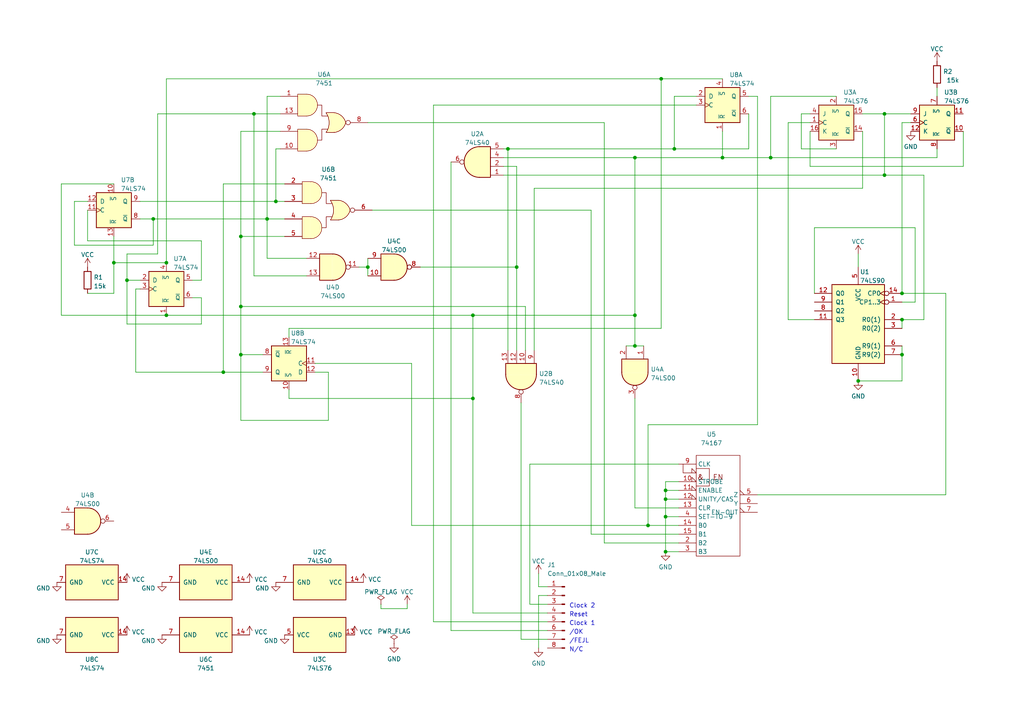
<source format=kicad_sch>
(kicad_sch (version 20211123) (generator eeschema)
  (paper "A4")
  (title_block (title "RC CPR-nummer validator"))
  (lib_symbols
    (symbol "7451_1" (pin_names (offset 1.016))
      (property "Reference" "U" (at -7.62 10.16 0))
      (property "Value" "7451_1" (at -7.62 -10.16 0))
      (symbol "7451_1_1_0"
        (arc (start -5.08 -8.255) (mid -1.905 -5.08) (end -5.08 -1.905) (fill (type background)))
        (arc (start -5.08 1.905) (mid -1.905 5.08) (end -5.08 8.255) (fill (type background)))
        (polyline (pts (xy -5.08 -1.905) (xy -7.62 -1.905) (xy -7.62 -8.255) (xy -5.08 -8.255)) (fill (type background)))
        (polyline (pts (xy -5.08 1.905) (xy -7.62 1.905) (xy -7.62 8.255) (xy -5.08 8.255)) (fill (type background)))
        (polyline (pts (xy -1.905 -5.08) (xy -0.635 -5.08) (xy -0.635 -1.905) (xy 1.016 -1.905)))
        (polyline (pts (xy -1.905 5.08) (xy -0.635 5.08) (xy -0.635 1.905) (xy 1.016 1.905)))
        (polyline (pts (xy 2.9718 2.8702) (xy 0.5842 2.8702) (xy 0.5842 2.8448) (xy 0.635 2.7432) (xy 0.7112 2.6416) (xy 0.762 2.54) (xy 0.8382 2.4384) (xy 0.889 2.3114) (xy 0.9652 2.2098) (xy 1.016 2.0828) (xy 1.0668 1.9812) (xy 1.1176 1.8542) (xy 1.1684 1.7526) (xy 1.2192 1.6256) (xy 1.2446 1.4986) (xy 1.2954 1.3716) (xy 1.3208 1.27) (xy 1.3462 1.143) (xy 1.3716 1.016) (xy 1.397 0.889) (xy 1.4224 0.762) (xy 1.4478 0.635) (xy 1.4478 0.508) (xy 1.4732 0.381) (xy 1.4732 0.254) (xy 1.4732 0.127) (xy 1.4732 0) (xy 1.4732 -0.127) (xy 1.4732 -0.254) (xy 1.4732 -0.381) (xy 1.4732 -0.508) (xy 1.4478 -0.635) (xy 1.4224 -0.762) (xy 1.397 -0.889) (xy 1.397 -1.016) (xy 1.3462 -1.143) (xy 1.3208 -1.2446) (xy 1.2954 -1.3716) (xy 1.2446 -1.4986) (xy 1.2192 -1.6256) (xy 1.1684 -1.7272) (xy 1.1176 -1.8542) (xy 1.0668 -1.9812) (xy 1.016 -2.0828) (xy 0.9652 -2.2098) (xy 0.9144 -2.3114) (xy 0.8636 -2.4384) (xy 0.7874 -2.54) (xy 0.7112 -2.6416) (xy 0.6604 -2.7432) (xy 0.5842 -2.8448) (xy 0.5842 -2.8448) (xy 2.9718 -2.8448)) (stroke (width 0.1778)) (fill (type background)))
        (arc (start 2.9718 -2.8448) (mid 5.0797 -1.9419) (end 6.2992 0) (stroke (width 0.1778)) (fill (type background)))
        (arc (start 6.2992 0) (mid 5.0758 1.9455) (end 2.9718 2.8702) (stroke (width 0.1778)) (fill (type background)))
        (circle (center 6.985 0) (radius 0.635))
        (pin input line (at -12.7 7.62 0) (length 5.08) (name "~") (number "1"))
        (pin input line (at -12.7 -7.62 0) (length 5.08) (name "~") (number "10"))
        (pin input line (at -12.7 2.54 0) (length 5.08) (name "~") (number "13"))
        (pin output line (at 12.7 0 180) (length 5.08) (name "~") (number "8"))
        (pin input line (at -12.7 -2.54 0) (length 5.08) (name "~") (number "9"))
      )
      (symbol "7451_1_2_0"
        (arc (start -5.08 -8.255) (mid -1.905 -5.08) (end -5.08 -1.905) (fill (type background)))
        (arc (start -5.08 1.905) (mid -1.905 5.08) (end -5.08 8.255) (fill (type background)))
        (polyline (pts (xy -5.08 -1.905) (xy -7.62 -1.905) (xy -7.62 -8.255) (xy -5.08 -8.255)) (fill (type background)))
        (polyline (pts (xy -5.08 1.905) (xy -7.62 1.905) (xy -7.62 8.255) (xy -5.08 8.255)) (fill (type background)))
        (polyline (pts (xy -1.905 -5.08) (xy -0.635 -5.08) (xy -0.635 -1.905) (xy 1.016 -1.905)))
        (polyline (pts (xy -1.905 5.08) (xy -0.635 5.08) (xy -0.635 1.905) (xy 1.016 1.905)))
        (polyline (pts (xy 2.9718 2.8702) (xy 0.5842 2.8702) (xy 0.5842 2.8448) (xy 0.635 2.7432) (xy 0.7112 2.6416) (xy 0.762 2.54) (xy 0.8382 2.4384) (xy 0.889 2.3114) (xy 0.9652 2.2098) (xy 1.016 2.0828) (xy 1.0668 1.9812) (xy 1.1176 1.8542) (xy 1.1684 1.7526) (xy 1.2192 1.6256) (xy 1.2446 1.4986) (xy 1.2954 1.3716) (xy 1.3208 1.27) (xy 1.3462 1.143) (xy 1.3716 1.016) (xy 1.397 0.889) (xy 1.4224 0.762) (xy 1.4478 0.635) (xy 1.4478 0.508) (xy 1.4732 0.381) (xy 1.4732 0.254) (xy 1.4732 0.127) (xy 1.4732 0) (xy 1.4732 -0.127) (xy 1.4732 -0.254) (xy 1.4732 -0.381) (xy 1.4732 -0.508) (xy 1.4478 -0.635) (xy 1.4224 -0.762) (xy 1.397 -0.889) (xy 1.397 -1.016) (xy 1.3462 -1.143) (xy 1.3208 -1.2446) (xy 1.2954 -1.3716) (xy 1.2446 -1.4986) (xy 1.2192 -1.6256) (xy 1.1684 -1.7272) (xy 1.1176 -1.8542) (xy 1.0668 -1.9812) (xy 1.016 -2.0828) (xy 0.9652 -2.2098) (xy 0.9144 -2.3114) (xy 0.8636 -2.4384) (xy 0.7874 -2.54) (xy 0.7112 -2.6416) (xy 0.6604 -2.7432) (xy 0.5842 -2.8448) (xy 0.5842 -2.8448) (xy 2.9718 -2.8448)) (stroke (width 0.1778)) (fill (type background)))
        (arc (start 2.9718 -2.8448) (mid 5.0797 -1.9419) (end 6.2992 0) (stroke (width 0.1778)) (fill (type background)))
        (arc (start 6.2992 0) (mid 5.0758 1.9455) (end 2.9718 2.8702) (stroke (width 0.1778)) (fill (type background)))
        (circle (center 6.985 0) (radius 0.635))
        (pin input line (at -12.7 7.62 0) (length 5.08) (name "~") (number "2"))
        (pin input line (at -12.7 2.54 0) (length 5.08) (name "~") (number "3"))
        (pin input line (at -12.7 -2.54 0) (length 5.08) (name "~") (number "4"))
        (pin input line (at -12.7 -7.62 0) (length 5.08) (name "~") (number "5"))
        (pin output line (at 12.7 0 180) (length 5.08) (name "~") (number "6"))
      )
      (symbol "7451_1_3_0"
        (pin power_in line (at 0 12.7 270) (length 5.08) (name "VCC") (number "14"))
        (pin power_in line (at 0 -12.7 90) (length 5.08) (name "GND") (number "7"))
      )
      (symbol "7451_1_3_1"
        (rectangle (start -5.08 7.62) (end 5.08 -7.62) (stroke (width 0.254)) (fill (type background)))
      )
    )
    (symbol "74xx:74LS00" (pin_names (offset 1.016))
      (property "Reference" "U" (at 0 1.27 0))
      (property "Value" "74LS00" (at 0 -1.27 0))
      (symbol "74LS00_1_1"
        (arc (start 0 -3.81) (mid 3.81 0) (end 0 3.81) (stroke (width 0.254)) (fill (type background)))
        (polyline (pts (xy 0 3.81) (xy -3.81 3.81) (xy -3.81 -3.81) (xy 0 -3.81)) (stroke (width 0.254)) (fill (type background)))
        (pin input line (at -7.62 2.54 0) (length 3.81) (name "~") (number "1"))
        (pin input line (at -7.62 -2.54 0) (length 3.81) (name "~") (number "2"))
        (pin output inverted (at 7.62 0 180) (length 3.81) (name "~") (number "3"))
      )
      (symbol "74LS00_1_2"
        (arc (start -3.81 -3.81) (mid -2.589 0) (end -3.81 3.81) (stroke (width 0.254)))
        (arc (start -0.6096 -3.81) (mid 2.1855 -2.584) (end 3.81 0) (stroke (width 0.254)) (fill (type background)))
        (polyline (pts (xy -3.81 -3.81) (xy -0.635 -3.81)) (stroke (width 0.254)) (fill (type background)))
        (polyline (pts (xy -3.81 3.81) (xy -0.635 3.81)) (stroke (width 0.254)) (fill (type background)))
        (polyline (pts (xy -0.635 3.81) (xy -3.81 3.81) (xy -3.81 3.81) (xy -3.556 3.4036) (xy -3.0226 2.2606) (xy -2.6924 1.0414) (xy -2.6162 -0.254) (xy -2.7686 -1.4986) (xy -3.175 -2.7178) (xy -3.81 -3.81) (xy -3.81 -3.81) (xy -0.635 -3.81)) (stroke (width -25.4)) (fill (type background)))
        (arc (start 3.81 0) (mid 2.1928 2.5925) (end -0.6096 3.81) (stroke (width 0.254)) (fill (type background)))
        (pin input inverted (at -7.62 2.54 0) (length 4.318) (name "~") (number "1"))
        (pin input inverted (at -7.62 -2.54 0) (length 4.318) (name "~") (number "2"))
        (pin output line (at 7.62 0 180) (length 3.81) (name "~") (number "3"))
      )
      (symbol "74LS00_2_1"
        (arc (start 0 -3.81) (mid 3.81 0) (end 0 3.81) (stroke (width 0.254)) (fill (type background)))
        (polyline (pts (xy 0 3.81) (xy -3.81 3.81) (xy -3.81 -3.81) (xy 0 -3.81)) (stroke (width 0.254)) (fill (type background)))
        (pin input line (at -7.62 2.54 0) (length 3.81) (name "~") (number "4"))
        (pin input line (at -7.62 -2.54 0) (length 3.81) (name "~") (number "5"))
        (pin output inverted (at 7.62 0 180) (length 3.81) (name "~") (number "6"))
      )
      (symbol "74LS00_2_2"
        (arc (start -3.81 -3.81) (mid -2.589 0) (end -3.81 3.81) (stroke (width 0.254)))
        (arc (start -0.6096 -3.81) (mid 2.1855 -2.584) (end 3.81 0) (stroke (width 0.254)) (fill (type background)))
        (polyline (pts (xy -3.81 -3.81) (xy -0.635 -3.81)) (stroke (width 0.254)) (fill (type background)))
        (polyline (pts (xy -3.81 3.81) (xy -0.635 3.81)) (stroke (width 0.254)) (fill (type background)))
        (polyline (pts (xy -0.635 3.81) (xy -3.81 3.81) (xy -3.81 3.81) (xy -3.556 3.4036) (xy -3.0226 2.2606) (xy -2.6924 1.0414) (xy -2.6162 -0.254) (xy -2.7686 -1.4986) (xy -3.175 -2.7178) (xy -3.81 -3.81) (xy -3.81 -3.81) (xy -0.635 -3.81)) (stroke (width -25.4)) (fill (type background)))
        (arc (start 3.81 0) (mid 2.1928 2.5925) (end -0.6096 3.81) (stroke (width 0.254)) (fill (type background)))
        (pin input inverted (at -7.62 2.54 0) (length 4.318) (name "~") (number "4"))
        (pin input inverted (at -7.62 -2.54 0) (length 4.318) (name "~") (number "5"))
        (pin output line (at 7.62 0 180) (length 3.81) (name "~") (number "6"))
      )
      (symbol "74LS00_3_1"
        (arc (start 0 -3.81) (mid 3.81 0) (end 0 3.81) (stroke (width 0.254)) (fill (type background)))
        (polyline (pts (xy 0 3.81) (xy -3.81 3.81) (xy -3.81 -3.81) (xy 0 -3.81)) (stroke (width 0.254)) (fill (type background)))
        (pin input line (at -7.62 -2.54 0) (length 3.81) (name "~") (number "10"))
        (pin output inverted (at 7.62 0 180) (length 3.81) (name "~") (number "8"))
        (pin input line (at -7.62 2.54 0) (length 3.81) (name "~") (number "9"))
      )
      (symbol "74LS00_3_2"
        (arc (start -3.81 -3.81) (mid -2.589 0) (end -3.81 3.81) (stroke (width 0.254)))
        (arc (start -0.6096 -3.81) (mid 2.1855 -2.584) (end 3.81 0) (stroke (width 0.254)) (fill (type background)))
        (polyline (pts (xy -3.81 -3.81) (xy -0.635 -3.81)) (stroke (width 0.254)) (fill (type background)))
        (polyline (pts (xy -3.81 3.81) (xy -0.635 3.81)) (stroke (width 0.254)) (fill (type background)))
        (polyline (pts (xy -0.635 3.81) (xy -3.81 3.81) (xy -3.81 3.81) (xy -3.556 3.4036) (xy -3.0226 2.2606) (xy -2.6924 1.0414) (xy -2.6162 -0.254) (xy -2.7686 -1.4986) (xy -3.175 -2.7178) (xy -3.81 -3.81) (xy -3.81 -3.81) (xy -0.635 -3.81)) (stroke (width -25.4)) (fill (type background)))
        (arc (start 3.81 0) (mid 2.1928 2.5925) (end -0.6096 3.81) (stroke (width 0.254)) (fill (type background)))
        (pin input inverted (at -7.62 -2.54 0) (length 4.318) (name "~") (number "10"))
        (pin output line (at 7.62 0 180) (length 3.81) (name "~") (number "8"))
        (pin input inverted (at -7.62 2.54 0) (length 4.318) (name "~") (number "9"))
      )
      (symbol "74LS00_4_1"
        (arc (start 0 -3.81) (mid 3.81 0) (end 0 3.81) (stroke (width 0.254)) (fill (type background)))
        (polyline (pts (xy 0 3.81) (xy -3.81 3.81) (xy -3.81 -3.81) (xy 0 -3.81)) (stroke (width 0.254)) (fill (type background)))
        (pin output inverted (at 7.62 0 180) (length 3.81) (name "~") (number "11"))
        (pin input line (at -7.62 2.54 0) (length 3.81) (name "~") (number "12"))
        (pin input line (at -7.62 -2.54 0) (length 3.81) (name "~") (number "13"))
      )
      (symbol "74LS00_4_2"
        (arc (start -3.81 -3.81) (mid -2.589 0) (end -3.81 3.81) (stroke (width 0.254)))
        (arc (start -0.6096 -3.81) (mid 2.1855 -2.584) (end 3.81 0) (stroke (width 0.254)) (fill (type background)))
        (polyline (pts (xy -3.81 -3.81) (xy -0.635 -3.81)) (stroke (width 0.254)) (fill (type background)))
        (polyline (pts (xy -3.81 3.81) (xy -0.635 3.81)) (stroke (width 0.254)) (fill (type background)))
        (polyline (pts (xy -0.635 3.81) (xy -3.81 3.81) (xy -3.81 3.81) (xy -3.556 3.4036) (xy -3.0226 2.2606) (xy -2.6924 1.0414) (xy -2.6162 -0.254) (xy -2.7686 -1.4986) (xy -3.175 -2.7178) (xy -3.81 -3.81) (xy -3.81 -3.81) (xy -0.635 -3.81)) (stroke (width -25.4)) (fill (type background)))
        (arc (start 3.81 0) (mid 2.1928 2.5925) (end -0.6096 3.81) (stroke (width 0.254)) (fill (type background)))
        (pin output line (at 7.62 0 180) (length 3.81) (name "~") (number "11"))
        (pin input inverted (at -7.62 2.54 0) (length 4.318) (name "~") (number "12"))
        (pin input inverted (at -7.62 -2.54 0) (length 4.318) (name "~") (number "13"))
      )
      (symbol "74LS00_5_0"
        (pin power_in line (at 0 12.7 270) (length 5.08) (name "VCC") (number "14"))
        (pin power_in line (at 0 -12.7 90) (length 5.08) (name "GND") (number "7"))
      )
      (symbol "74LS00_5_1"
        (rectangle (start -5.08 7.62) (end 5.08 -7.62) (stroke (width 0.254)) (fill (type background)))
      )
    )
    (symbol "74xx:74LS40" (pin_names (offset 1.016))
      (property "Reference" "U" (at 0 1.27 0))
      (property "Value" "74LS40" (at 0 -1.27 0))
      (symbol "74LS40_1_1"
        (arc (start -0.635 -4.445) (mid 3.81 0) (end -0.635 4.445) (stroke (width 0.254)) (fill (type background)))
        (polyline (pts (xy -0.635 4.445) (xy -3.81 4.445) (xy -3.81 -4.445) (xy -0.635 -4.445)) (stroke (width 0.254)) (fill (type background)))
        (pin input line (at -7.62 3.81 0) (length 3.81) (name "~") (number "1"))
        (pin input line (at -7.62 1.27 0) (length 3.81) (name "~") (number "2"))
        (pin input line (at -7.62 -1.27 0) (length 3.81) (name "~") (number "4"))
        (pin input line (at -7.62 -3.81 0) (length 3.81) (name "~") (number "5"))
        (pin output inverted (at 7.62 0 180) (length 3.81) (name "~") (number "6"))
      )
      (symbol "74LS40_1_2"
        (arc (start -3.81 -4.445) (mid -2.5908 0) (end -3.81 4.445) (stroke (width 0.254)))
        (arc (start -0.6096 -4.445) (mid 2.224 -2.8428) (end 3.81 0) (stroke (width 0.254)) (fill (type background)))
        (polyline (pts (xy -3.81 -4.445) (xy -0.635 -4.445)) (stroke (width 0.254)) (fill (type background)))
        (polyline (pts (xy -3.81 4.445) (xy -0.635 4.445)) (stroke (width 0.254)) (fill (type background)))
        (polyline (pts (xy -0.635 4.445) (xy -3.81 4.445) (xy -3.81 4.445) (xy -3.6322 4.0894) (xy -3.0988 2.921) (xy -2.7686 1.6764) (xy -2.6162 0.4318) (xy -2.6416 -0.8636) (xy -2.8702 -2.1082) (xy -3.2512 -3.3274) (xy -3.81 -4.445) (xy -3.81 -4.445) (xy -0.635 -4.445)) (stroke (width -25.4)) (fill (type background)))
        (arc (start 3.81 0) (mid 2.2198 2.8386) (end -0.6096 4.445) (stroke (width 0.254)) (fill (type background)))
        (pin input inverted (at -7.62 3.81 0) (length 3.81) (name "~") (number "1"))
        (pin input inverted (at -7.62 1.27 0) (length 4.826) (name "~") (number "2"))
        (pin input inverted (at -7.62 -1.27 0) (length 4.826) (name "~") (number "4"))
        (pin input inverted (at -7.62 -3.81 0) (length 3.81) (name "~") (number "5"))
        (pin output line (at 7.62 0 180) (length 3.81) (name "~") (number "6"))
      )
      (symbol "74LS40_2_1"
        (arc (start -0.635 -4.445) (mid 3.81 0) (end -0.635 4.445) (stroke (width 0.254)) (fill (type background)))
        (polyline (pts (xy -0.635 4.445) (xy -3.81 4.445) (xy -3.81 -4.445) (xy -0.635 -4.445)) (stroke (width 0.254)) (fill (type background)))
        (pin input line (at -7.62 1.27 0) (length 3.81) (name "~") (number "10"))
        (pin input line (at -7.62 -1.27 0) (length 3.81) (name "~") (number "12"))
        (pin input line (at -7.62 -3.81 0) (length 3.81) (name "~") (number "13"))
        (pin output inverted (at 7.62 0 180) (length 3.81) (name "~") (number "8"))
        (pin input line (at -7.62 3.81 0) (length 3.81) (name "~") (number "9"))
      )
      (symbol "74LS40_2_2"
        (arc (start -3.81 -4.445) (mid -2.5908 0) (end -3.81 4.445) (stroke (width 0.254)))
        (arc (start -0.6096 -4.445) (mid 2.224 -2.8428) (end 3.81 0) (stroke (width 0.254)) (fill (type background)))
        (polyline (pts (xy -3.81 -4.445) (xy -0.635 -4.445)) (stroke (width 0.254)) (fill (type background)))
        (polyline (pts (xy -3.81 4.445) (xy -0.635 4.445)) (stroke (width 0.254)) (fill (type background)))
        (polyline (pts (xy -0.635 4.445) (xy -3.81 4.445) (xy -3.81 4.445) (xy -3.6322 4.0894) (xy -3.0988 2.921) (xy -2.7686 1.6764) (xy -2.6162 0.4318) (xy -2.6416 -0.8636) (xy -2.8702 -2.1082) (xy -3.2512 -3.3274) (xy -3.81 -4.445) (xy -3.81 -4.445) (xy -0.635 -4.445)) (stroke (width -25.4)) (fill (type background)))
        (arc (start 3.81 0) (mid 2.2198 2.8386) (end -0.6096 4.445) (stroke (width 0.254)) (fill (type background)))
        (pin input inverted (at -7.62 1.27 0) (length 4.826) (name "~") (number "10"))
        (pin input inverted (at -7.62 -1.27 0) (length 4.826) (name "~") (number "12"))
        (pin input inverted (at -7.62 -3.81 0) (length 3.81) (name "~") (number "13"))
        (pin output line (at 7.62 0 180) (length 3.81) (name "~") (number "8"))
        (pin input inverted (at -7.62 3.81 0) (length 3.81) (name "~") (number "9"))
      )
      (symbol "74LS40_3_0"
        (pin power_in line (at 0 12.7 270) (length 5.08) (name "VCC") (number "14"))
        (pin power_in line (at 0 -12.7 90) (length 5.08) (name "GND") (number "7"))
      )
      (symbol "74LS40_3_1"
        (rectangle (start -5.08 7.62) (end 5.08 -7.62) (stroke (width 0.254)) (fill (type background)))
      )
    )
    (symbol "74xx:74LS74" (pin_names (offset 1.016))
      (property "Reference" "U" (at -7.62 8.89 0))
      (property "Value" "74LS74" (at -7.62 -8.89 0))
      (symbol "74LS74_1_0"
        (pin input line (at 0 -7.62 90) (length 2.54) (name "~{R}") (number "1"))
        (pin input line (at -7.62 2.54 0) (length 2.54) (name "D") (number "2"))
        (pin input clock (at -7.62 0 0) (length 2.54) (name "C") (number "3"))
        (pin input line (at 0 7.62 270) (length 2.54) (name "~{S}") (number "4"))
        (pin output line (at 7.62 2.54 180) (length 2.54) (name "Q") (number "5"))
        (pin output line (at 7.62 -2.54 180) (length 2.54) (name "~{Q}") (number "6"))
      )
      (symbol "74LS74_1_1"
        (rectangle (start -5.08 5.08) (end 5.08 -5.08) (stroke (width 0.254)) (fill (type background)))
      )
      (symbol "74LS74_2_0"
        (pin input line (at 0 7.62 270) (length 2.54) (name "~{S}") (number "10"))
        (pin input clock (at -7.62 0 0) (length 2.54) (name "C") (number "11"))
        (pin input line (at -7.62 2.54 0) (length 2.54) (name "D") (number "12"))
        (pin input line (at 0 -7.62 90) (length 2.54) (name "~{R}") (number "13"))
        (pin output line (at 7.62 -2.54 180) (length 2.54) (name "~{Q}") (number "8"))
        (pin output line (at 7.62 2.54 180) (length 2.54) (name "Q") (number "9"))
      )
      (symbol "74LS74_2_1"
        (rectangle (start -5.08 5.08) (end 5.08 -5.08) (stroke (width 0.254)) (fill (type background)))
      )
      (symbol "74LS74_3_0"
        (pin power_in line (at 0 10.16 270) (length 2.54) (name "VCC") (number "14"))
        (pin power_in line (at 0 -10.16 90) (length 2.54) (name "GND") (number "7"))
      )
      (symbol "74LS74_3_1"
        (rectangle (start -5.08 7.62) (end 5.08 -7.62) (stroke (width 0.254)) (fill (type background)))
      )
    )
    (symbol "74xx:74LS76" (pin_names (offset 1.016))
      (property "Reference" "U" (at -7.62 8.89 0))
      (property "Value" "74LS76" (at -7.62 -8.89 0))
      (symbol "74LS76_1_0"
        (pin input clock (at -7.62 0 0) (length 2.54) (name "C") (number "1"))
        (pin output line (at 7.62 -2.54 180) (length 2.54) (name "~{Q}") (number "14"))
        (pin output line (at 7.62 2.54 180) (length 2.54) (name "Q") (number "15"))
        (pin input line (at -7.62 -2.54 0) (length 2.54) (name "K") (number "16"))
        (pin input line (at 0 7.62 270) (length 2.54) (name "~{S}") (number "2"))
        (pin input line (at 0 -7.62 90) (length 2.54) (name "~{R}") (number "3"))
        (pin input line (at -7.62 2.54 0) (length 2.54) (name "J") (number "4"))
      )
      (symbol "74LS76_1_1"
        (rectangle (start -5.08 5.08) (end 5.08 -5.08) (stroke (width 0.254)) (fill (type background)))
      )
      (symbol "74LS76_2_0"
        (pin output line (at 7.62 -2.54 180) (length 2.54) (name "~{Q}") (number "10"))
        (pin output line (at 7.62 2.54 180) (length 2.54) (name "Q") (number "11"))
        (pin input line (at -7.62 -2.54 0) (length 2.54) (name "K") (number "12"))
        (pin input clock (at -7.62 0 0) (length 2.54) (name "C") (number "6"))
        (pin input line (at 0 7.62 270) (length 2.54) (name "~{S}") (number "7"))
        (pin input line (at 0 -7.62 90) (length 2.54) (name "~{R}") (number "8"))
        (pin input line (at -7.62 2.54 0) (length 2.54) (name "J") (number "9"))
      )
      (symbol "74LS76_2_1"
        (rectangle (start -5.08 5.08) (end 5.08 -5.08) (stroke (width 0.254)) (fill (type background)))
      )
      (symbol "74LS76_3_0"
        (pin power_in line (at 0 -10.16 90) (length 2.54) (name "GND") (number "13"))
        (pin power_in line (at 0 10.16 270) (length 2.54) (name "VCC") (number "5"))
      )
      (symbol "74LS76_3_1"
        (rectangle (start -5.08 7.62) (end 5.08 -7.62) (stroke (width 0.254)) (fill (type background)))
      )
    )
    (symbol "74xx:74LS90" (pin_names (offset 1.016))
      (property "Reference" "U" (at -7.62 11.43 0))
      (property "Value" "74LS90" (at -7.62 -13.97 0))
      (symbol "74LS90_1_0"
        (pin input inverted_clock (at -12.7 5.08 0) (length 5.08) (name "CP1..3") (number "1"))
        (pin power_in line (at 0 -17.78 90) (length 5.08) (name "GND") (number "10"))
        (pin output line (at 12.7 0 180) (length 5.08) (name "Q3") (number "11"))
        (pin output line (at 12.7 7.62 180) (length 5.08) (name "Q0") (number "12"))
        (pin input inverted_clock (at -12.7 7.62 0) (length 5.08) (name "CP0") (number "14"))
        (pin input line (at -12.7 0 0) (length 5.08) (name "R0(1)") (number "2"))
        (pin input line (at -12.7 -2.54 0) (length 5.08) (name "R0(2)") (number "3"))
        (pin power_in line (at 0 15.24 270) (length 5.08) (name "VCC") (number "5"))
        (pin input line (at -12.7 -7.62 0) (length 5.08) (name "R9(1)") (number "6"))
        (pin input line (at -12.7 -10.16 0) (length 5.08) (name "R9(2)") (number "7"))
        (pin output line (at 12.7 2.54 180) (length 5.08) (name "Q2") (number "8"))
        (pin output line (at 12.7 5.08 180) (length 5.08) (name "Q1") (number "9"))
      )
      (symbol "74LS90_1_1"
        (rectangle (start -7.62 10.16) (end 7.62 -12.7) (stroke (width 0.254)) (fill (type background)))
      )
    )
    (symbol "Connector:Conn_01x08_Male" (pin_names (offset 1.016) hide)
      (property "Reference" "J" (at 0 10.16 0))
      (property "Value" "Conn_01x08_Male" (at 0 -12.7 0))
      (symbol "Conn_01x08_Male_1_1"
        (polyline (pts (xy 1.27 -10.16) (xy 0.8636 -10.16)) (stroke (width 0.1524)))
        (polyline (pts (xy 1.27 -7.62) (xy 0.8636 -7.62)) (stroke (width 0.1524)))
        (polyline (pts (xy 1.27 -5.08) (xy 0.8636 -5.08)) (stroke (width 0.1524)))
        (polyline (pts (xy 1.27 -2.54) (xy 0.8636 -2.54)) (stroke (width 0.1524)))
        (polyline (pts (xy 1.27 0) (xy 0.8636 0)) (stroke (width 0.1524)))
        (polyline (pts (xy 1.27 2.54) (xy 0.8636 2.54)) (stroke (width 0.1524)))
        (polyline (pts (xy 1.27 5.08) (xy 0.8636 5.08)) (stroke (width 0.1524)))
        (polyline (pts (xy 1.27 7.62) (xy 0.8636 7.62)) (stroke (width 0.1524)))
        (rectangle (start 0.8636 -10.033) (end 0 -10.287) (stroke (width 0.1524)) (fill (type outline)))
        (rectangle (start 0.8636 -7.493) (end 0 -7.747) (stroke (width 0.1524)) (fill (type outline)))
        (rectangle (start 0.8636 -4.953) (end 0 -5.207) (stroke (width 0.1524)) (fill (type outline)))
        (rectangle (start 0.8636 -2.413) (end 0 -2.667) (stroke (width 0.1524)) (fill (type outline)))
        (rectangle (start 0.8636 0.127) (end 0 -0.127) (stroke (width 0.1524)) (fill (type outline)))
        (rectangle (start 0.8636 2.667) (end 0 2.413) (stroke (width 0.1524)) (fill (type outline)))
        (rectangle (start 0.8636 5.207) (end 0 4.953) (stroke (width 0.1524)) (fill (type outline)))
        (rectangle (start 0.8636 7.747) (end 0 7.493) (stroke (width 0.1524)) (fill (type outline)))
        (pin passive line (at 5.08 7.62 180) (length 3.81) (name "Pin_1") (number "1"))
        (pin passive line (at 5.08 5.08 180) (length 3.81) (name "Pin_2") (number "2"))
        (pin passive line (at 5.08 2.54 180) (length 3.81) (name "Pin_3") (number "3"))
        (pin passive line (at 5.08 0 180) (length 3.81) (name "Pin_4") (number "4"))
        (pin passive line (at 5.08 -2.54 180) (length 3.81) (name "Pin_5") (number "5"))
        (pin passive line (at 5.08 -5.08 180) (length 3.81) (name "Pin_6") (number "6"))
        (pin passive line (at 5.08 -7.62 180) (length 3.81) (name "Pin_7") (number "7"))
        (pin passive line (at 5.08 -10.16 180) (length 3.81) (name "Pin_8") (number "8"))
      )
    )
    (symbol "Device:R" (pin_numbers hide) (pin_names (offset 0))
      (property "Reference" "R" (at 2.032 0 90))
      (property "Value" "R" (at 0 0 90))
      (symbol "R_0_1"
        (rectangle (start -1.016 -2.54) (end 1.016 2.54) (stroke (width 0.254)))
      )
      (symbol "R_1_1"
        (pin passive line (at 0 3.81 270) (length 1.27) (name "~") (number "1"))
        (pin passive line (at 0 -3.81 90) (length 1.27) (name "~") (number "2"))
      )
    )
    (symbol "Local_Library:74167"
      (property "Reference" "U" (at 0 0 0))
      (property "Value" "74167" (at 0 0 0))
      (symbol "74167_0_0"
        (polyline (pts (xy -5.08 7.62) (xy -1.27 7.62) (xy -1.27 2.54) (xy -5.08 2.54) (xy -5.08 2.54)))
        (text "&" (at -3.81 5.08 0) (effects (font (size 1.524 1.524))))
        (text "EN" (at 1.27 5.08 0) (effects (font (size 1.524 1.524))))
        (pin input input_low (at -10.16 3.81 0) (length 5.08) (name "STROBE") (number "10"))
        (pin input input_low (at -10.16 1.27 0) (length 5.08) (name "ENABLE") (number "11"))
        (pin input input_low (at -10.16 -1.27 0) (length 5.08) (name "UNITY/CAS") (number "12"))
        (pin input line (at -10.16 -3.81 0) (length 5.08) (name "CLR") (number "13"))
        (pin input line (at -10.16 -8.89 0) (length 5.08) (name "B0") (number "14"))
        (pin input line (at -10.16 -11.43 0) (length 5.08) (name "B1") (number "15"))
        (pin power_in line (at 1.27 11.43 90) (length 2.54) hide (name "VCC") (number "16"))
        (pin input line (at -10.16 -13.97 0) (length 5.08) (name "B2") (number "2"))
        (pin input line (at -10.16 -16.51 0) (length 5.08) (name "B3") (number "3"))
        (pin input line (at -10.16 -6.35 0) (length 5.08) (name "SET-TO-9") (number "4"))
        (pin output output_low (at 12.7 0 180) (length 5.08) (name "Z") (number "5"))
        (pin output line (at 12.7 -2.54 180) (length 5.08) (name "Y") (number "6"))
        (pin output output_low (at 12.7 -5.08 180) (length 5.08) (name "EN-OUT") (number "7"))
        (pin input line (at -10.16 8.89 0) (length 5.08) (name "CLK") (number "9"))
      )
      (symbol "74167_0_1"
        (rectangle (start -5.08 11.43) (end 7.62 -17.78))
        (polyline (pts (xy -8.89 8.89) (xy -8.89 6.35) (xy -5.08 6.35)) (stroke (width 0.1524)))
        (polyline (pts (xy -5.08 6.35) (xy -6.35 7.62) (xy -6.35 6.35)) (stroke (width 0.1524)))
      )
      (symbol "74167_1_1"
        (pin power_in line (at 1.27 -20.32 90) (length 2.54) hide (name "GND") (number "8"))
      )
    )
    (symbol "Local_Library:7451" (pin_names (offset 1.016))
      (property "Reference" "U" (at -7.62 10.16 0))
      (property "Value" "7451" (at -7.62 -10.16 0))
      (symbol "7451_1_0"
        (arc (start -5.08 -8.255) (mid -1.905 -5.08) (end -5.08 -1.905) (fill (type background)))
        (arc (start -5.08 1.905) (mid -1.905 5.08) (end -5.08 8.255) (fill (type background)))
        (polyline (pts (xy -5.08 -1.905) (xy -7.62 -1.905) (xy -7.62 -8.255) (xy -5.08 -8.255)) (fill (type background)))
        (polyline (pts (xy -5.08 1.905) (xy -7.62 1.905) (xy -7.62 8.255) (xy -5.08 8.255)) (fill (type background)))
        (polyline (pts (xy -1.905 -5.08) (xy -0.635 -5.08) (xy -0.635 -1.905) (xy 1.016 -1.905)))
        (polyline (pts (xy -1.905 5.08) (xy -0.635 5.08) (xy -0.635 1.905) (xy 1.016 1.905)))
        (polyline (pts (xy 2.9718 2.8702) (xy 0.5842 2.8702) (xy 0.5842 2.8448) (xy 0.635 2.7432) (xy 0.7112 2.6416) (xy 0.762 2.54) (xy 0.8382 2.4384) (xy 0.889 2.3114) (xy 0.9652 2.2098) (xy 1.016 2.0828) (xy 1.0668 1.9812) (xy 1.1176 1.8542) (xy 1.1684 1.7526) (xy 1.2192 1.6256) (xy 1.2446 1.4986) (xy 1.2954 1.3716) (xy 1.3208 1.27) (xy 1.3462 1.143) (xy 1.3716 1.016) (xy 1.397 0.889) (xy 1.4224 0.762) (xy 1.4478 0.635) (xy 1.4478 0.508) (xy 1.4732 0.381) (xy 1.4732 0.254) (xy 1.4732 0.127) (xy 1.4732 0) (xy 1.4732 -0.127) (xy 1.4732 -0.254) (xy 1.4732 -0.381) (xy 1.4732 -0.508) (xy 1.4478 -0.635) (xy 1.4224 -0.762) (xy 1.397 -0.889) (xy 1.397 -1.016) (xy 1.3462 -1.143) (xy 1.3208 -1.2446) (xy 1.2954 -1.3716) (xy 1.2446 -1.4986) (xy 1.2192 -1.6256) (xy 1.1684 -1.7272) (xy 1.1176 -1.8542) (xy 1.0668 -1.9812) (xy 1.016 -2.0828) (xy 0.9652 -2.2098) (xy 0.9144 -2.3114) (xy 0.8636 -2.4384) (xy 0.7874 -2.54) (xy 0.7112 -2.6416) (xy 0.6604 -2.7432) (xy 0.5842 -2.8448) (xy 0.5842 -2.8448) (xy 2.9718 -2.8448)) (stroke (width 0.1778)) (fill (type background)))
        (arc (start 2.9718 -2.8448) (mid 5.0797 -1.9419) (end 6.2992 0) (stroke (width 0.1778)) (fill (type background)))
        (arc (start 6.2992 0) (mid 5.0758 1.9455) (end 2.9718 2.8702) (stroke (width 0.1778)) (fill (type background)))
        (circle (center 6.985 0) (radius 0.635))
        (pin input line (at -12.7 7.62 0) (length 5.08) (name "~") (number "1"))
        (pin input line (at -12.7 -5.08 0) (length 5.08) (name "~") (number "10"))
        (pin input line (at -12.7 2.54 0) (length 5.08) (name "~") (number "13"))
        (pin output line (at 12.7 0 180) (length 5.08) (name "~") (number "8"))
        (pin input line (at -12.7 -2.54 0) (length 5.08) (name "~") (number "9"))
      )
      (symbol "7451_2_0"
        (arc (start -5.08 -8.255) (mid -1.905 -5.08) (end -5.08 -1.905) (fill (type background)))
        (arc (start -5.08 1.905) (mid -1.905 5.08) (end -5.08 8.255) (fill (type background)))
        (polyline (pts (xy -5.08 -1.905) (xy -7.62 -1.905) (xy -7.62 -8.255) (xy -5.08 -8.255)) (fill (type background)))
        (polyline (pts (xy -5.08 1.905) (xy -7.62 1.905) (xy -7.62 8.255) (xy -5.08 8.255)) (fill (type background)))
        (polyline (pts (xy -1.905 -5.08) (xy -0.635 -5.08) (xy -0.635 -1.905) (xy 1.016 -1.905)))
        (polyline (pts (xy -1.905 5.08) (xy -0.635 5.08) (xy -0.635 1.905) (xy 1.016 1.905)))
        (polyline (pts (xy 2.9718 2.8702) (xy 0.5842 2.8702) (xy 0.5842 2.8448) (xy 0.635 2.7432) (xy 0.7112 2.6416) (xy 0.762 2.54) (xy 0.8382 2.4384) (xy 0.889 2.3114) (xy 0.9652 2.2098) (xy 1.016 2.0828) (xy 1.0668 1.9812) (xy 1.1176 1.8542) (xy 1.1684 1.7526) (xy 1.2192 1.6256) (xy 1.2446 1.4986) (xy 1.2954 1.3716) (xy 1.3208 1.27) (xy 1.3462 1.143) (xy 1.3716 1.016) (xy 1.397 0.889) (xy 1.4224 0.762) (xy 1.4478 0.635) (xy 1.4478 0.508) (xy 1.4732 0.381) (xy 1.4732 0.254) (xy 1.4732 0.127) (xy 1.4732 0) (xy 1.4732 -0.127) (xy 1.4732 -0.254) (xy 1.4732 -0.381) (xy 1.4732 -0.508) (xy 1.4478 -0.635) (xy 1.4224 -0.762) (xy 1.397 -0.889) (xy 1.397 -1.016) (xy 1.3462 -1.143) (xy 1.3208 -1.2446) (xy 1.2954 -1.3716) (xy 1.2446 -1.4986) (xy 1.2192 -1.6256) (xy 1.1684 -1.7272) (xy 1.1176 -1.8542) (xy 1.0668 -1.9812) (xy 1.016 -2.0828) (xy 0.9652 -2.2098) (xy 0.9144 -2.3114) (xy 0.8636 -2.4384) (xy 0.7874 -2.54) (xy 0.7112 -2.6416) (xy 0.6604 -2.7432) (xy 0.5842 -2.8448) (xy 0.5842 -2.8448) (xy 2.9718 -2.8448)) (stroke (width 0.1778)) (fill (type background)))
        (arc (start 2.9718 -2.8448) (mid 5.0797 -1.9419) (end 6.2992 0) (stroke (width 0.1778)) (fill (type background)))
        (arc (start 6.2992 0) (mid 5.0758 1.9455) (end 2.9718 2.8702) (stroke (width 0.1778)) (fill (type background)))
        (circle (center 6.985 0) (radius 0.635))
        (pin input line (at -12.7 7.62 0) (length 5.08) (name "~") (number "2"))
        (pin input line (at -12.7 2.54 0) (length 5.08) (name "~") (number "3"))
        (pin input line (at -12.7 -2.54 0) (length 5.08) (name "~") (number "4"))
        (pin input line (at -12.7 -7.62 0) (length 5.08) (name "~") (number "5"))
        (pin output line (at 12.7 0 180) (length 5.08) (name "~") (number "6"))
      )
      (symbol "7451_3_0"
        (pin power_in line (at 0 12.7 270) (length 5.08) (name "VCC") (number "14"))
        (pin power_in line (at 0 -12.7 90) (length 5.08) (name "GND") (number "7"))
      )
      (symbol "7451_3_1"
        (rectangle (start -5.08 7.62) (end 5.08 -7.62) (stroke (width 0.254)) (fill (type background)))
      )
    )
    (symbol "power:GND" (power) (pin_names (offset 0))
      (property "Value" "GND" (at 0 -3.81 0))
      (symbol "GND_0_1"
        (polyline (pts (xy 0 0) (xy 0 -1.27) (xy 1.27 -1.27) (xy 0 -2.54) (xy -1.27 -1.27) (xy 0 -1.27)))
      )
      (symbol "GND_1_1"
        (pin power_in line (at 0 0 270) (length 0) hide (name "GND") (number "1"))
      )
    )
    (symbol "power:PWR_FLAG" (power) (pin_numbers hide) (pin_names (offset 0) hide)
      (property "Value" "PWR_FLAG" (at 0 3.81 0))
      (symbol "PWR_FLAG_0_0"
        (pin power_out line (at 0 0 90) (length 0) (name "pwr") (number "1"))
      )
      (symbol "PWR_FLAG_0_1"
        (polyline (pts (xy 0 0) (xy 0 1.27) (xy -1.016 1.905) (xy 0 2.54) (xy 1.016 1.905) (xy 0 1.27)))
      )
    )
    (symbol "power:VCC" (power) (pin_names (offset 0))
      (property "Value" "VCC" (at 0 3.81 0))
      (symbol "VCC_0_1"
        (polyline (pts (xy -0.762 1.27) (xy 0 2.54)))
        (polyline (pts (xy 0 0) (xy 0 2.54)))
        (polyline (pts (xy 0 2.54) (xy 0.762 1.27)))
      )
      (symbol "VCC_1_1"
        (pin power_in line (at 0 0 90) (length 0) hide (name "VCC") (number "1"))
      )
    )
  )
  (junction (at 191.77 22.86))
  (junction (at 261.62 92.71))
  (junction (at 193.04 149.86))
  (junction (at 184.15 45.72))
  (junction (at 137.16 91.44))
  (junction (at 80.01 58.42))
  (junction (at 193.04 160.02))
  (junction (at 184.15 91.44))
  (junction (at 187.96 152.4))
  (junction (at 137.16 115.57))
  (junction (at 256.54 50.8))
  (junction (at 248.92 110.49))
  (junction (at 149.86 77.47))
  (junction (at 261.62 102.87))
  (junction (at 184.15 100.33))
  (junction (at 195.58 43.18))
  (junction (at 36.83 81.28))
  (junction (at 64.77 107.95))
  (junction (at 69.85 68.58))
  (junction (at 256.54 33.02))
  (junction (at 69.85 88.9))
  (junction (at 73.66 33.02))
  (junction (at 209.55 45.72))
  (junction (at 77.47 63.5))
  (junction (at 69.85 102.87))
  (junction (at 223.52 45.72))
  (junction (at 147.32 43.18))
  (junction (at 193.04 142.24))
  (junction (at 106.68 77.47))
  (junction (at 261.62 85.09))
  (junction (at 48.26 76.2))
  (junction (at 193.04 144.78))
  (junction (at 48.26 91.44))
  (junction (at 44.45 63.5))
  (junction (at 33.02 76.2))
  (wire (pts (xy 40.64 58.42) (xy 80.01 58.42)))
  (wire (pts (xy 73.66 33.02) (xy 81.28 33.02)))
  (wire (pts (xy 154.94 54.61) (xy 250.19 54.61)))
  (wire (pts (xy 125.73 180.34) (xy 158.75 180.34)))
  (wire (pts (xy 39.37 107.95) (xy 39.37 83.82)))
  (wire (pts (xy 271.78 25.4) (xy 271.78 27.94)))
  (wire (pts (xy 130.81 46.99) (xy 130.81 182.88)))
  (wire (pts (xy 69.85 121.92) (xy 69.85 102.87)))
  (wire (pts (xy 69.85 68.58) (xy 82.55 68.58)))
  (wire (pts (xy 21.59 58.42) (xy 25.4 58.42)))
  (wire (pts (xy 69.85 102.87) (xy 76.2 102.87)))
  (wire (pts (xy 21.59 71.12) (xy 21.59 58.42)))
  (wire (pts (xy 217.17 27.94) (xy 219.71 27.94)))
  (wire (pts (xy 267.97 92.71) (xy 267.97 50.8)))
  (wire (pts (xy 88.9 80.01) (xy 73.66 80.01)))
  (wire (pts (xy 77.47 63.5) (xy 77.47 74.93)))
  (wire (pts (xy 119.38 105.41) (xy 119.38 152.4)))
  (wire (pts (xy 261.62 35.56) (xy 264.16 35.56)))
  (wire (pts (xy 184.15 100.33) (xy 181.61 100.33)))
  (wire (pts (xy 25.4 69.85) (xy 25.4 60.96)))
  (wire (pts (xy 33.02 53.34) (xy 17.78 53.34)))
  (wire (pts (xy 36.83 81.28) (xy 36.83 73.66)))
  (wire (pts (xy 209.55 38.1) (xy 209.55 45.72)))
  (wire (pts (xy 267.97 50.8) (xy 256.54 50.8)))
  (wire (pts (xy 265.43 66.04) (xy 265.43 87.63)))
  (wire (pts (xy 195.58 43.18) (xy 147.32 43.18)))
  (wire (pts (xy 119.38 105.41) (xy 91.44 105.41)))
  (wire (pts (xy 55.88 86.36) (xy 58.42 86.36)))
  (wire (pts (xy 69.85 68.58) (xy 69.85 38.1)))
  (wire (pts (xy 232.41 33.02) (xy 232.41 43.18)))
  (wire (pts (xy 33.02 76.2) (xy 33.02 85.09)))
  (wire (pts (xy 40.64 63.5) (xy 44.45 63.5)))
  (wire (pts (xy 193.04 142.24) (xy 193.04 144.78)))
  (wire (pts (xy 184.15 115.57) (xy 184.15 147.32)))
  (wire (pts (xy 223.52 27.94) (xy 223.52 45.72)))
  (wire (pts (xy 137.16 115.57) (xy 137.16 177.8)))
  (wire (pts (xy 154.94 54.61) (xy 154.94 101.6)))
  (wire (pts (xy 146.05 45.72) (xy 184.15 45.72)))
  (wire (pts (xy 80.01 58.42) (xy 82.55 58.42)))
  (wire (pts (xy 95.25 121.92) (xy 69.85 121.92)))
  (wire (pts (xy 223.52 45.72) (xy 271.78 45.72)))
  (wire (pts (xy 265.43 87.63) (xy 261.62 87.63)))
  (wire (pts (xy 64.77 53.34) (xy 64.77 107.95)))
  (wire (pts (xy 45.72 73.66) (xy 45.72 33.02)))
  (wire (pts (xy 219.71 27.94) (xy 219.71 123.19)))
  (wire (pts (xy 153.67 134.62) (xy 196.85 134.62)))
  (wire (pts (xy 151.13 185.42) (xy 158.75 185.42)))
  (wire (pts (xy 261.62 35.56) (xy 261.62 85.09)))
  (wire (pts (xy 83.82 95.25) (xy 191.77 95.25)))
  (wire (pts (xy 234.95 35.56) (xy 228.6 35.56)))
  (wire (pts (xy 193.04 144.78) (xy 196.85 144.78)))
  (wire (pts (xy 250.19 33.02) (xy 256.54 33.02)))
  (wire (pts (xy 279.4 48.26) (xy 234.95 48.26)))
  (wire (pts (xy 36.83 93.98) (xy 36.83 81.28)))
  (wire (pts (xy 88.9 74.93) (xy 77.47 74.93)))
  (wire (pts (xy 55.88 81.28) (xy 58.42 81.28)))
  (wire (pts (xy 228.6 35.56) (xy 228.6 92.71)))
  (wire (pts (xy 219.71 143.51) (xy 274.32 143.51)))
  (wire (pts (xy 193.04 142.24) (xy 196.85 142.24)))
  (wire (pts (xy 121.92 77.47) (xy 149.86 77.47)))
  (wire (pts (xy 69.85 88.9) (xy 69.85 102.87)))
  (wire (pts (xy 228.6 92.71) (xy 236.22 92.71)))
  (wire (pts (xy 261.62 102.87) (xy 261.62 110.49)))
  (wire (pts (xy 45.72 33.02) (xy 73.66 33.02)))
  (wire (pts (xy 232.41 43.18) (xy 242.57 43.18)))
  (wire (pts (xy 156.21 172.72) (xy 156.21 187.96)))
  (wire (pts (xy 83.82 113.03) (xy 83.82 115.57)))
  (wire (pts (xy 248.92 77.47) (xy 248.92 73.66)))
  (wire (pts (xy 36.83 81.28) (xy 40.64 81.28)))
  (wire (pts (xy 201.93 30.48) (xy 125.73 30.48)))
  (wire (pts (xy 196.85 149.86) (xy 193.04 149.86)))
  (wire (pts (xy 146.05 50.8) (xy 256.54 50.8)))
  (wire (pts (xy 80.01 43.18) (xy 80.01 58.42)))
  (wire (pts (xy 261.62 92.71) (xy 267.97 92.71)))
  (wire (pts (xy 156.21 170.18) (xy 158.75 170.18)))
  (wire (pts (xy 137.16 115.57) (xy 137.16 91.44)))
  (wire (pts (xy 76.2 107.95) (xy 64.77 107.95)))
  (wire (pts (xy 171.45 60.96) (xy 107.95 60.96)))
  (wire (pts (xy 184.15 45.72) (xy 209.55 45.72)))
  (wire (pts (xy 17.78 53.34) (xy 17.78 91.44)))
  (wire (pts (xy 191.77 22.86) (xy 209.55 22.86)))
  (wire (pts (xy 175.26 157.48) (xy 175.26 35.56)))
  (wire (pts (xy 193.04 144.78) (xy 193.04 149.86)))
  (wire (pts (xy 274.32 85.09) (xy 261.62 85.09)))
  (wire (pts (xy 104.14 77.47) (xy 106.68 77.47)))
  (wire (pts (xy 186.69 100.33) (xy 184.15 100.33)))
  (wire (pts (xy 48.26 91.44) (xy 137.16 91.44)))
  (wire (pts (xy 271.78 43.18) (xy 271.78 45.72)))
  (wire (pts (xy 184.15 147.32) (xy 196.85 147.32)))
  (wire (pts (xy 33.02 68.58) (xy 33.02 76.2)))
  (wire (pts (xy 39.37 83.82) (xy 40.64 83.82)))
  (wire (pts (xy 77.47 27.94) (xy 77.47 63.5)))
  (wire (pts (xy 58.42 86.36) (xy 58.42 93.98)))
  (wire (pts (xy 119.38 152.4) (xy 187.96 152.4)))
  (wire (pts (xy 82.55 53.34) (xy 64.77 53.34)))
  (wire (pts (xy 261.62 92.71) (xy 261.62 95.25)))
  (wire (pts (xy 193.04 139.7) (xy 193.04 142.24)))
  (wire (pts (xy 106.68 77.47) (xy 106.68 80.01)))
  (wire (pts (xy 17.78 91.44) (xy 48.26 91.44)))
  (wire (pts (xy 81.28 27.94) (xy 77.47 27.94)))
  (wire (pts (xy 77.47 63.5) (xy 82.55 63.5)))
  (wire (pts (xy 209.55 45.72) (xy 223.52 45.72)))
  (wire (pts (xy 201.93 27.94) (xy 195.58 27.94)))
  (wire (pts (xy 219.71 123.19) (xy 187.96 123.19)))
  (wire (pts (xy 83.82 97.79) (xy 83.82 95.25)))
  (wire (pts (xy 191.77 95.25) (xy 191.77 22.86)))
  (wire (pts (xy 33.02 76.2) (xy 48.26 76.2)))
  (wire (pts (xy 58.42 69.85) (xy 25.4 69.85)))
  (wire (pts (xy 171.45 154.94) (xy 171.45 60.96)))
  (wire (pts (xy 217.17 43.18) (xy 195.58 43.18)))
  (wire (pts (xy 158.75 172.72) (xy 156.21 172.72)))
  (wire (pts (xy 195.58 27.94) (xy 195.58 43.18)))
  (wire (pts (xy 91.44 107.95) (xy 95.25 107.95)))
  (wire (pts (xy 187.96 152.4) (xy 196.85 152.4)))
  (wire (pts (xy 147.32 43.18) (xy 147.32 101.6)))
  (wire (pts (xy 106.68 74.93) (xy 106.68 77.47)))
  (wire (pts (xy 156.21 166.37) (xy 156.21 170.18)))
  (wire (pts (xy 110.49 176.53) (xy 110.49 175.26)))
  (wire (pts (xy 130.81 182.88) (xy 158.75 182.88)))
  (wire (pts (xy 151.13 116.84) (xy 151.13 185.42)))
  (wire (pts (xy 69.85 88.9) (xy 152.4 88.9)))
  (wire (pts (xy 236.22 85.09) (xy 236.22 66.04)))
  (wire (pts (xy 146.05 43.18) (xy 147.32 43.18)))
  (wire (pts (xy 196.85 157.48) (xy 175.26 157.48)))
  (wire (pts (xy 36.83 73.66) (xy 45.72 73.66)))
  (wire (pts (xy 83.82 115.57) (xy 137.16 115.57)))
  (wire (pts (xy 184.15 91.44) (xy 184.15 45.72)))
  (wire (pts (xy 81.28 43.18) (xy 80.01 43.18)))
  (wire (pts (xy 196.85 154.94) (xy 171.45 154.94)))
  (wire (pts (xy 236.22 66.04) (xy 265.43 66.04)))
  (wire (pts (xy 73.66 80.01) (xy 73.66 33.02)))
  (wire (pts (xy 58.42 81.28) (xy 58.42 69.85)))
  (wire (pts (xy 234.95 33.02) (xy 232.41 33.02)))
  (wire (pts (xy 146.05 48.26) (xy 149.86 48.26)))
  (wire (pts (xy 95.25 107.95) (xy 95.25 121.92)))
  (wire (pts (xy 33.02 85.09) (xy 25.4 85.09)))
  (wire (pts (xy 48.26 76.2) (xy 48.26 22.86)))
  (wire (pts (xy 279.4 38.1) (xy 279.4 48.26)))
  (wire (pts (xy 125.73 30.48) (xy 125.73 180.34)))
  (wire (pts (xy 261.62 110.49) (xy 248.92 110.49)))
  (wire (pts (xy 175.26 35.56) (xy 106.68 35.56)))
  (wire (pts (xy 256.54 33.02) (xy 256.54 50.8)))
  (wire (pts (xy 149.86 77.47) (xy 149.86 101.6)))
  (wire (pts (xy 187.96 123.19) (xy 187.96 152.4)))
  (wire (pts (xy 137.16 177.8) (xy 158.75 177.8)))
  (wire (pts (xy 234.95 48.26) (xy 234.95 38.1)))
  (wire (pts (xy 58.42 93.98) (xy 36.83 93.98)))
  (wire (pts (xy 184.15 100.33) (xy 184.15 91.44)))
  (wire (pts (xy 256.54 33.02) (xy 264.16 33.02)))
  (wire (pts (xy 193.04 160.02) (xy 196.85 160.02)))
  (wire (pts (xy 149.86 48.26) (xy 149.86 77.47)))
  (wire (pts (xy 153.67 175.26) (xy 158.75 175.26)))
  (wire (pts (xy 153.67 134.62) (xy 153.67 175.26)))
  (wire (pts (xy 118.11 175.26) (xy 118.11 176.53)))
  (wire (pts (xy 217.17 33.02) (xy 217.17 43.18)))
  (wire (pts (xy 44.45 63.5) (xy 77.47 63.5)))
  (wire (pts (xy 242.57 27.94) (xy 223.52 27.94)))
  (wire (pts (xy 118.11 176.53) (xy 110.49 176.53)))
  (wire (pts (xy 137.16 91.44) (xy 184.15 91.44)))
  (wire (pts (xy 69.85 38.1) (xy 81.28 38.1)))
  (wire (pts (xy 69.85 68.58) (xy 69.85 88.9)))
  (wire (pts (xy 64.77 107.95) (xy 39.37 107.95)))
  (wire (pts (xy 44.45 63.5) (xy 44.45 71.12)))
  (wire (pts (xy 152.4 88.9) (xy 152.4 101.6)))
  (wire (pts (xy 274.32 143.51) (xy 274.32 85.09)))
  (wire (pts (xy 250.19 38.1) (xy 250.19 54.61)))
  (wire (pts (xy 48.26 22.86) (xy 191.77 22.86)))
  (wire (pts (xy 193.04 139.7) (xy 196.85 139.7)))
  (wire (pts (xy 44.45 71.12) (xy 21.59 71.12)))
  (wire (pts (xy 261.62 100.33) (xy 261.62 102.87)))
  (wire (pts (xy 193.04 149.86) (xy 193.04 160.02)))
  (text "Clock 1" (at 165.1 181.61 0) (effects (font (size 1.27 1.27)) (justify left bottom)))
  (text "/OK" (at 165.1 184.15 0) (effects (font (size 1.27 1.27)) (justify left bottom)))
  (text "Clock 2" (at 165.1 176.53 0) (effects (font (size 1.27 1.27)) (justify left bottom)))
  (text "N/C" (at 165.1 189.23 0) (effects (font (size 1.27 1.27)) (justify left bottom)))
  (text "/FEJL" (at 165.1 186.69 0) (effects (font (size 1.27 1.27)) (justify left bottom)))
  (text "Reset" (at 165.1 179.07 0) (effects (font (size 1.27 1.27)) (justify left bottom)))
  (symbol (lib_id "Device:R") (at 25.4 81.28 0) (unit 1)
    (property "Reference" "R1" (at 27.178 80.4453 0) (effects (justify left)))
    (property "Value" "15k" (at 27.178 82.9822 0) (effects (justify left)))
    (property "Footprint" "Resistor_THT:R_Axial_DIN0204_L3.6mm_D1.6mm_P5.08mm_Horizontal" (effects hide))
  )
  (symbol (lib_id "power:GND") (at 16.51 184.15 0) (unit 1)
    (property "Reference" "#PWR0114" (effects hide))
    (property "Value" "GND" (at 14.6051 185.8538 0) (effects (justify right)))
  )
  (symbol (lib_id "74xx:74LS40") (at 138.43 46.99 180) (unit 1)
    (property "Reference" "U2" (at 138.43 38.8452 0))
    (property "Value" "74LS40" (at 138.43 41.3821 0))
    (property "Footprint" "Package_DIP:DIP-14_W7.62mm" (effects hide))
    (property "Datasheet" "http://www.ti.com/lit/gpn/sn74LS40" (effects hide))
  )
  (symbol (lib_id "power:VCC") (at 36.83 168.91 0) (unit 1)
    (property "Reference" "#PWR0112" (effects hide))
    (property "Value" "VCC" (at 38.227 168.0738 0) (effects (justify left)))
  )
  (symbol (lib_id "power:GND") (at 193.04 160.02 0) (unit 1)
    (property "Reference" "#PWR0122" (effects hide))
    (property "Value" "GND" (at 193.04 164.4634 0))
  )
  (symbol (lib_id "Device:R") (at 271.78 21.59 0) (unit 1)
    (property "Reference" "R2" (at 273.558 20.7553 0) (effects (justify left)))
    (property "Value" " 15k" (at 273.558 23.2922 0) (effects (justify left)))
    (property "Footprint" "Resistor_THT:R_Axial_DIN0204_L3.6mm_D1.6mm_P7.62mm_Horizontal" (effects hide))
  )
  (symbol (lib_id "power:VCC") (at 25.4 77.47 0) (unit 1)
    (property "Reference" "#PWR0106" (effects hide))
    (property "Value" "VCC" (at 25.4 73.8942 0))
  )
  (symbol (lib_id "power:VCC") (at 248.92 73.66 0) (mirror y) (unit 1)
    (property "Reference" "#PWR0102" (effects hide))
    (property "Value" "VCC" (at 248.92 70.0842 0))
  )
  (symbol (lib_id "74xx:74LS40") (at 92.71 168.91 270) (unit 3)
    (property "Reference" "U2" (at 92.71 160.1302 90))
    (property "Value" "74LS40" (at 92.71 162.6671 90))
    (property "Footprint" "Package_DIP:DIP-14_W7.62mm" (effects hide))
    (property "Datasheet" "http://www.ti.com/lit/gpn/sn74LS40" (effects hide))
  )
  (symbol (lib_id "power:VCC") (at 102.87 184.15 0) (unit 1)
    (property "Reference" "#PWR0107" (effects hide))
    (property "Value" "VCC" (at 104.267 183.3138 0) (effects (justify left)))
  )
  (symbol (lib_id "74xx:74LS00") (at 59.69 168.91 270) (unit 5)
    (property "Reference" "U4" (at 59.69 160.1302 90))
    (property "Value" "74LS00" (at 59.69 162.6671 90))
    (property "Footprint" "Package_DIP:DIP-14_W7.62mm" (effects hide))
    (property "Datasheet" "http://www.ti.com/lit/gpn/sn74ls00" (effects hide))
  )
  (symbol (lib_id "Connector:Conn_01x08_Male") (at 163.83 177.8 0) (mirror y) (unit 1)
    (property "Reference" "J1" (at 158.75 163.8331 0) (effects (justify right)))
    (property "Value" "Conn_01x08_Male" (at 158.75 166.37 0) (effects (justify right)))
    (property "Footprint" "Connector_PinHeader_2.54mm:PinHeader_1x08_P2.54mm_Vertical" (effects hide))
  )
  (symbol (lib_id "power:VCC") (at 36.83 184.15 0) (unit 1)
    (property "Reference" "#PWR0111" (effects hide))
    (property "Value" "VCC" (at 38.227 183.3138 0) (effects (justify left)))
  )
  (symbol (lib_id "power:GND") (at 156.21 187.96 0) (unit 1)
    (property "Reference" "#PWR0121" (effects hide))
    (property "Value" "GND" (at 156.21 192.4034 0))
  )
  (symbol (lib_id "power:VCC") (at 105.41 168.91 0) (unit 1)
    (property "Reference" "#PWR0108" (effects hide))
    (property "Value" "VCC" (at 106.807 168.0738 0) (effects (justify left)))
  )
  (symbol (lib_id "power:GND") (at 114.3 186.69 0) (unit 1)
    (property "Reference" "#PWR0104" (effects hide))
    (property "Value" "GND" (at 114.3 191.1334 0))
  )
  (symbol (lib_id "power:GND") (at 16.51 168.91 0) (unit 1)
    (property "Reference" "#PWR0113" (effects hide))
    (property "Value" "GND" (at 14.6051 170.6138 0) (effects (justify right)))
  )
  (symbol (lib_id "74xx:74LS40") (at 151.13 109.22 270) (unit 2)
    (property "Reference" "U2" (at 156.337 108.3853 90) (effects (justify left)))
    (property "Value" "74LS40" (at 156.337 110.9222 90) (effects (justify left)))
    (property "Footprint" "Package_DIP:DIP-14_W7.62mm" (effects hide))
    (property "Datasheet" "http://www.ti.com/lit/gpn/sn74LS40" (effects hide))
  )
  (symbol (lib_id "74xx:74LS74") (at 26.67 168.91 270) (unit 3)
    (property "Reference" "U7" (at 26.67 160.1302 90))
    (property "Value" "74LS74" (at 26.67 162.6671 90))
    (property "Footprint" "Package_DIP:DIP-14_W7.62mm" (effects hide))
    (property "Datasheet" "74xx/74hc_hct74.pdf" (effects hide))
  )
  (symbol (lib_id "power:PWR_FLAG") (at 114.3 186.69 0) (unit 1)
    (property "Reference" "#FLG0101" (effects hide))
    (property "Value" "PWR_FLAG" (at 114.3 183.1142 0))
  )
  (symbol (lib_id "power:GND") (at 264.16 38.1 0) (unit 1)
    (property "Reference" "#PWR0120" (effects hide))
    (property "Value" "GND" (at 264.16 42.5434 0))
  )
  (symbol (lib_id "Local_Library:7451") (at 59.69 184.15 270) (unit 3)
    (property "Reference" "U6" (at 59.69 191.2604 90))
    (property "Value" "7451" (at 59.69 193.7973 90))
    (property "Footprint" "Package_DIP:DIP-14_W7.62mm" (effects hide))
    (property "Datasheet" "http://www.ti.com/lit/ds/symlink/sn74ls51.pdf" (effects hide))
  )
  (symbol (lib_id "power:GND") (at 46.99 184.15 0) (unit 1)
    (property "Reference" "#PWR0123" (effects hide))
    (property "Value" "GND" (at 45.0851 185.8538 0) (effects (justify right)))
  )
  (symbol (lib_id "74xx:74LS00") (at 25.4 151.13 0) (unit 2)
    (property "Reference" "U4" (at 25.4 143.6202 0))
    (property "Value" "74LS00" (at 25.4 146.1571 0))
    (property "Footprint" "Package_DIP:DIP-14_W7.62mm" (effects hide))
    (property "Datasheet" "http://www.ti.com/lit/gpn/sn74ls00" (effects hide))
  )
  (symbol (lib_id "power:GND") (at 248.92 110.49 0) (mirror y) (unit 1)
    (property "Reference" "#PWR0101" (effects hide))
    (property "Value" "GND" (at 248.92 114.9334 0))
  )
  (symbol (lib_id "Local_Library:74167") (at 207.01 143.51 0) (unit 1)
    (property "Reference" "U5" (at 206.3369 125.9672 0))
    (property "Value" "74167" (at 206.3369 128.5041 0))
    (property "Footprint" "Package_DIP:DIP-16_W7.62mm" (effects hide))
    (property "Datasheet" "https://www.alldatasheet.com/datasheet-pdf/pdf/109191/TI/SN74167.html" (effects hide))
  )
  (symbol (lib_id "74xx:74LS90") (at 248.92 92.71 0) (mirror y) (unit 1)
    (property "Reference" "U1" (at 249.4406 78.8502 0) (effects (justify right)))
    (property "Value" "74LS90" (at 249.4406 81.3871 0) (effects (justify right)))
    (property "Footprint" "Package_DIP:DIP-14_W7.62mm" (effects hide))
    (property "Datasheet" "http://www.ti.com/lit/gpn/sn74LS90" (effects hide))
  )
  (symbol (lib_id "power:VCC") (at 271.78 17.78 0) (unit 1)
    (property "Reference" "#PWR0119" (effects hide))
    (property "Value" "VCC" (at 271.78 14.2042 0))
  )
  (symbol (lib_name "7451_1") (lib_id "Local_Library:7451") (at 93.98 35.56 0) (unit 1)
    (property "Reference" "U6" (at 93.98 21.59 0))
    (property "Value" "7451" (at 93.98 24.13 0))
    (property "Footprint" "Package_DIP:DIP-14_W7.62mm" (effects hide))
    (property "Datasheet" "http://www.ti.com/lit/ds/symlink/sn74ls51.pdf" (effects hide))
  )
  (symbol (lib_id "74xx:74LS00") (at 96.52 77.47 0) (unit 4)
    (property "Reference" "U4" (at 96.52 83.3104 0))
    (property "Value" "74LS00" (at 96.52 85.8473 0))
    (property "Footprint" "Package_DIP:DIP-14_W7.62mm" (effects hide))
    (property "Datasheet" "http://www.ti.com/lit/gpn/sn74ls00" (effects hide))
  )
  (symbol (lib_id "power:GND") (at 82.55 184.15 0) (unit 1)
    (property "Reference" "#PWR0109" (effects hide))
    (property "Value" "GND" (at 80.6451 185.8538 0) (effects (justify right)))
  )
  (symbol (lib_id "power:VCC") (at 72.39 168.91 0) (unit 1)
    (property "Reference" "#PWR0115" (effects hide))
    (property "Value" "VCC" (at 73.787 168.0738 0) (effects (justify left)))
  )
  (symbol (lib_id "power:GND") (at 46.99 168.91 0) (unit 1)
    (property "Reference" "#PWR0117" (effects hide))
    (property "Value" "GND" (at 45.0851 170.6138 0) (effects (justify right)))
  )
  (symbol (lib_id "power:VCC") (at 72.39 184.15 0) (unit 1)
    (property "Reference" "#PWR0124" (effects hide))
    (property "Value" "VCC" (at 73.787 183.3138 0) (effects (justify left)))
  )
  (symbol (lib_id "power:VCC") (at 118.11 175.26 0) (unit 1)
    (property "Reference" "#PWR0103" (effects hide))
    (property "Value" "VCC" (at 118.11 171.6842 0))
  )
  (symbol (lib_id "power:PWR_FLAG") (at 110.49 175.26 0) (unit 1)
    (property "Reference" "#FLG0102" (effects hide))
    (property "Value" "PWR_FLAG" (at 110.49 171.6842 0))
  )
  (symbol (lib_id "74xx:74LS00") (at 114.3 77.47 0) (unit 3)
    (property "Reference" "U4" (at 114.3 69.9602 0))
    (property "Value" "74LS00" (at 114.3 72.4971 0))
    (property "Footprint" "Package_DIP:DIP-14_W7.62mm" (effects hide))
    (property "Datasheet" "http://www.ti.com/lit/gpn/sn74ls00" (effects hide))
  )
  (symbol (lib_id "74xx:74LS74") (at 83.82 105.41 180) (unit 2)
    (property "Reference" "U8" (at 84.3406 96.6302 0) (effects (justify right)))
    (property "Value" "74LS74" (at 84.3406 99.1671 0) (effects (justify right)))
    (property "Footprint" "Package_DIP:DIP-14_W7.62mm" (effects hide))
    (property "Datasheet" "74xx/74hc_hct74.pdf" (effects hide))
  )
  (symbol (lib_id "74xx:74LS00") (at 184.15 107.95 270) (unit 1)
    (property "Reference" "U4" (at 188.722 107.1153 90) (effects (justify left)))
    (property "Value" "74LS00" (at 188.722 109.6522 90) (effects (justify left)))
    (property "Footprint" "Package_DIP:DIP-14_W7.62mm" (effects hide))
    (property "Datasheet" "http://www.ti.com/lit/gpn/sn74ls00" (effects hide))
  )
  (symbol (lib_id "74xx:74LS74") (at 209.55 30.48 0) (unit 1)
    (property "Reference" "U8" (at 211.5694 21.7002 0) (effects (justify left)))
    (property "Value" "74LS74" (at 211.5694 24.2371 0) (effects (justify left)))
    (property "Footprint" "Package_DIP:DIP-14_W7.62mm" (effects hide))
    (property "Datasheet" "74xx/74hc_hct74.pdf" (effects hide))
  )
  (symbol (lib_id "74xx:74LS76") (at 271.78 35.56 0) (unit 2)
    (property "Reference" "U3" (at 273.7994 26.7802 0) (effects (justify left)))
    (property "Value" "74LS76" (at 273.7994 29.3171 0) (effects (justify left)))
    (property "Footprint" "Package_DIP:DIP-16_W7.62mm" (effects hide))
    (property "Datasheet" "http://www.ti.com/lit/gpn/sn74LS76" (effects hide))
  )
  (symbol (lib_id "Local_Library:7451") (at 95.25 60.96 0) (unit 2)
    (property "Reference" "U6" (at 95.25 49.1322 0))
    (property "Value" "7451" (at 95.25 51.6691 0))
    (property "Footprint" "Package_DIP:DIP-14_W7.62mm" (effects hide))
    (property "Datasheet" "http://www.ti.com/lit/ds/symlink/sn74ls51.pdf" (effects hide))
  )
  (symbol (lib_id "74xx:74LS74") (at 33.02 60.96 0) (unit 2)
    (property "Reference" "U7" (at 35.0394 52.1802 0) (effects (justify left)))
    (property "Value" "74LS74" (at 35.0394 54.7171 0) (effects (justify left)))
    (property "Footprint" "Package_DIP:DIP-14_W7.62mm" (effects hide))
    (property "Datasheet" "74xx/74hc_hct74.pdf" (effects hide))
  )
  (symbol (lib_id "74xx:74LS74") (at 48.26 83.82 0) (unit 1)
    (property "Reference" "U7" (at 50.2794 75.0402 0) (effects (justify left)))
    (property "Value" "74LS74" (at 50.2794 77.5771 0) (effects (justify left)))
    (property "Footprint" "Package_DIP:DIP-14_W7.62mm" (effects hide))
    (property "Datasheet" "74xx/74hc_hct74.pdf" (effects hide))
  )
  (symbol (lib_id "74xx:74LS74") (at 26.67 184.15 270) (unit 3)
    (property "Reference" "U8" (at 26.67 191.2604 90))
    (property "Value" "74LS74" (at 26.67 193.7973 90))
    (property "Footprint" "Package_DIP:DIP-14_W7.62mm" (effects hide))
    (property "Datasheet" "74xx/74hc_hct74.pdf" (effects hide))
  )
  (symbol (lib_id "74xx:74LS76") (at 92.71 184.15 90) (unit 3)
    (property "Reference" "U3" (at 92.71 191.2604 90))
    (property "Value" "74LS76" (at 92.71 193.7973 90))
    (property "Footprint" "Package_DIP:DIP-16_W7.62mm" (effects hide))
    (property "Datasheet" "http://www.ti.com/lit/gpn/sn74LS76" (effects hide))
  )
  (symbol (lib_id "power:GND") (at 80.01 168.91 0) (unit 1)
    (property "Reference" "#PWR0110" (effects hide))
    (property "Value" "GND" (at 78.1051 170.6138 0) (effects (justify right)))
  )
  (symbol (lib_id "power:VCC") (at 156.21 166.37 0) (unit 1)
    (property "Reference" "#PWR0116" (effects hide))
    (property "Value" "VCC" (at 156.21 162.7942 0))
  )
  (symbol (lib_id "74xx:74LS76") (at 242.57 35.56 0) (unit 1)
    (property "Reference" "U3" (at 244.5894 26.7802 0) (effects (justify left)))
    (property "Value" "74LS76" (at 244.5894 29.3171 0) (effects (justify left)))
    (property "Footprint" "Package_DIP:DIP-16_W7.62mm" (effects hide))
    (property "Datasheet" "http://www.ti.com/lit/gpn/sn74LS76" (effects hide))
  )
)
</source>
